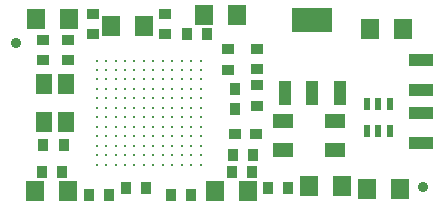
<source format=gbr>
%FSLAX23Y23*%
%MOIN*%
G04 EasyPC Gerber Version 17.0 Build 3379 *
%ADD108R,0.01962X0.04324*%
%ADD102R,0.03537X0.03931*%
%ADD96R,0.03734X0.03852*%
%ADD97R,0.03931X0.03537*%
%ADD100R,0.04400X0.08400*%
%ADD105R,0.05506X0.07080*%
%ADD94R,0.05899X0.06687*%
%ADD104R,0.08261X0.04324*%
%ADD101R,0.13773X0.08261*%
%ADD99C,0.00978*%
%ADD107C,0.03537*%
%ADD103R,0.03931X0.03537*%
%ADD95R,0.03852X0.03734*%
%ADD98R,0.03537X0.03931*%
%ADD106R,0.06687X0.05112*%
X0Y0D02*
D02*
D94*
X372Y275D03*
X374Y850D03*
X482Y275D03*
X484Y850D03*
X624Y826D03*
X734D03*
X933Y863D03*
X972Y275D03*
X1043Y863D03*
X1082Y275D03*
X1283Y292D03*
X1393D03*
X1476Y281D03*
X1488Y814D03*
X1586Y281D03*
X1598Y814D03*
D02*
D95*
X563Y797D03*
Y866D03*
X805Y797D03*
Y866D03*
X1014Y679D03*
Y748D03*
X1112Y559D03*
Y628D03*
D02*
D96*
X398Y428D03*
X467D03*
X550Y261D03*
X619D03*
X824D03*
X892D03*
X1146Y285D03*
X1215D03*
D02*
D97*
X1039Y464D03*
X1106D03*
D02*
D98*
X1039Y548D03*
Y615D03*
D02*
D99*
X577Y363D03*
Y395D03*
Y426D03*
Y458D03*
Y489D03*
Y521D03*
Y552D03*
Y584D03*
Y615D03*
Y647D03*
Y678D03*
Y710D03*
X608Y363D03*
Y395D03*
Y426D03*
Y458D03*
Y489D03*
Y521D03*
Y552D03*
Y584D03*
Y615D03*
Y647D03*
Y678D03*
Y710D03*
X640Y363D03*
Y395D03*
Y426D03*
Y458D03*
Y489D03*
Y521D03*
Y552D03*
Y584D03*
Y615D03*
Y647D03*
Y678D03*
Y710D03*
X671Y363D03*
Y395D03*
Y426D03*
Y458D03*
Y489D03*
Y521D03*
Y552D03*
Y584D03*
Y615D03*
Y647D03*
Y678D03*
Y710D03*
X702Y363D03*
Y395D03*
Y426D03*
Y458D03*
Y489D03*
Y521D03*
Y552D03*
Y584D03*
Y615D03*
Y647D03*
Y678D03*
Y710D03*
X734Y363D03*
Y395D03*
Y426D03*
Y458D03*
Y489D03*
Y521D03*
Y552D03*
Y584D03*
Y615D03*
Y647D03*
Y678D03*
Y710D03*
X765Y363D03*
Y395D03*
Y426D03*
Y458D03*
Y489D03*
Y521D03*
Y552D03*
Y584D03*
Y615D03*
Y647D03*
Y678D03*
Y710D03*
X797Y363D03*
Y395D03*
Y426D03*
Y458D03*
Y489D03*
Y521D03*
Y552D03*
Y584D03*
Y615D03*
Y647D03*
Y678D03*
Y710D03*
X828Y363D03*
Y395D03*
Y426D03*
Y458D03*
Y489D03*
Y521D03*
Y552D03*
Y584D03*
Y615D03*
Y647D03*
Y678D03*
Y710D03*
X860Y363D03*
Y395D03*
Y426D03*
Y458D03*
Y489D03*
Y521D03*
Y552D03*
Y584D03*
Y615D03*
Y647D03*
Y678D03*
Y710D03*
X891Y363D03*
Y395D03*
Y426D03*
Y458D03*
Y489D03*
Y521D03*
Y552D03*
Y584D03*
Y615D03*
Y647D03*
Y678D03*
Y710D03*
X923Y363D03*
Y395D03*
Y426D03*
Y458D03*
Y489D03*
Y521D03*
Y552D03*
Y584D03*
Y615D03*
Y647D03*
Y678D03*
Y710D03*
D02*
D100*
X1204Y602D03*
X1295D03*
X1386D03*
D02*
D101*
X1295Y846D03*
D02*
D102*
X393Y338D03*
X460D03*
X673Y285D03*
X740D03*
X876Y798D03*
X943D03*
X1027Y338D03*
X1031Y395D03*
X1094Y338D03*
X1098Y395D03*
D02*
D103*
X399Y712D03*
Y779D03*
X480Y712D03*
Y779D03*
X1112Y682D03*
Y749D03*
D02*
D104*
X1659Y435D03*
Y534D03*
Y612D03*
Y711D03*
D02*
D105*
X401Y505D03*
Y631D03*
X474Y505D03*
Y631D03*
D02*
D106*
X1199Y413D03*
Y507D03*
X1372Y413D03*
Y507D03*
D02*
D107*
X307Y767D03*
X1665Y290D03*
D02*
D108*
X1478Y476D03*
Y566D03*
X1515Y476D03*
Y566D03*
X1553Y476D03*
Y566D03*
X0Y0D02*
M02*

</source>
